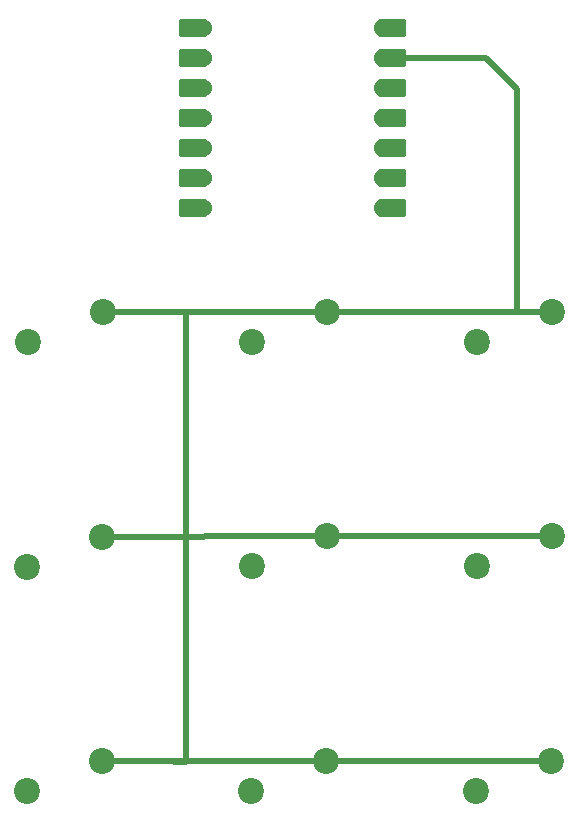
<source format=gbr>
%TF.GenerationSoftware,KiCad,Pcbnew,9.0.5*%
%TF.CreationDate,2025-12-26T20:20:43+00:00*%
%TF.ProjectId,macro pad,6d616372-6f20-4706-9164-2e6b69636164,rev?*%
%TF.SameCoordinates,Original*%
%TF.FileFunction,Copper,L1,Top*%
%TF.FilePolarity,Positive*%
%FSLAX46Y46*%
G04 Gerber Fmt 4.6, Leading zero omitted, Abs format (unit mm)*
G04 Created by KiCad (PCBNEW 9.0.5) date 2025-12-26 20:20:43*
%MOMM*%
%LPD*%
G01*
G04 APERTURE LIST*
G04 Aperture macros list*
%AMRoundRect*
0 Rectangle with rounded corners*
0 $1 Rounding radius*
0 $2 $3 $4 $5 $6 $7 $8 $9 X,Y pos of 4 corners*
0 Add a 4 corners polygon primitive as box body*
4,1,4,$2,$3,$4,$5,$6,$7,$8,$9,$2,$3,0*
0 Add four circle primitives for the rounded corners*
1,1,$1+$1,$2,$3*
1,1,$1+$1,$4,$5*
1,1,$1+$1,$6,$7*
1,1,$1+$1,$8,$9*
0 Add four rect primitives between the rounded corners*
20,1,$1+$1,$2,$3,$4,$5,0*
20,1,$1+$1,$4,$5,$6,$7,0*
20,1,$1+$1,$6,$7,$8,$9,0*
20,1,$1+$1,$8,$9,$2,$3,0*%
G04 Aperture macros list end*
%TA.AperFunction,ComponentPad*%
%ADD10C,2.200000*%
%TD*%
%TA.AperFunction,SMDPad,CuDef*%
%ADD11RoundRect,0.152400X1.063600X0.609600X-1.063600X0.609600X-1.063600X-0.609600X1.063600X-0.609600X0*%
%TD*%
%TA.AperFunction,ComponentPad*%
%ADD12C,1.524000*%
%TD*%
%TA.AperFunction,SMDPad,CuDef*%
%ADD13RoundRect,0.152400X-1.063600X-0.609600X1.063600X-0.609600X1.063600X0.609600X-1.063600X0.609600X0*%
%TD*%
%TA.AperFunction,Conductor*%
%ADD14C,0.500000*%
%TD*%
G04 APERTURE END LIST*
D10*
%TO.P,SW3,2,2*%
%TO.N,Net-(U1-GPIO3{slash}MOSI)*%
X26000000Y-84500000D03*
%TO.P,SW3,1,1*%
%TO.N,GND*%
X32350000Y-81960000D03*
%TD*%
%TO.P,SW6,2,2*%
%TO.N,Net-(U1-GPIO1{slash}RX)*%
X45000000Y-84500000D03*
%TO.P,SW6,1,1*%
%TO.N,GND*%
X51350000Y-81960000D03*
%TD*%
%TO.P,SW9,2,2*%
%TO.N,Net-(U1-GPIO28{slash}ADC2{slash}A2)*%
X64000000Y-84500000D03*
%TO.P,SW9,1,1*%
%TO.N,GND*%
X70350000Y-81960000D03*
%TD*%
D11*
%TO.P,U1,1,GPIO26/ADC0/A0*%
%TO.N,unconnected-(U1-GPIO26{slash}ADC0{slash}A0-Pad1)*%
X40045000Y-19880000D03*
D12*
X40880000Y-19880000D03*
D11*
%TO.P,U1,2,GPIO27/ADC1/A1*%
%TO.N,unconnected-(U1-GPIO27{slash}ADC1{slash}A1-Pad2)*%
X40045000Y-22420000D03*
D12*
X40880000Y-22420000D03*
D11*
%TO.P,U1,3,GPIO28/ADC2/A2*%
%TO.N,Net-(U1-GPIO28{slash}ADC2{slash}A2)*%
X40045000Y-24960000D03*
D12*
X40880000Y-24960000D03*
D11*
%TO.P,U1,4,GPIO29/ADC3/A3*%
%TO.N,Net-(U1-GPIO29{slash}ADC3{slash}A3)*%
X40045000Y-27500000D03*
D12*
X40880000Y-27500000D03*
D11*
%TO.P,U1,5,GPIO6/SDA*%
%TO.N,Net-(U1-GPIO6{slash}SDA)*%
X40045000Y-30040000D03*
D12*
X40880000Y-30040000D03*
D11*
%TO.P,U1,6,GPIO7/SCL*%
%TO.N,Net-(U1-GPIO7{slash}SCL)*%
X40045000Y-32580000D03*
D12*
X40880000Y-32580000D03*
D11*
%TO.P,U1,7,GPIO0/TX*%
%TO.N,Net-(U1-GPIO0{slash}TX)*%
X40045000Y-35120000D03*
D12*
X40880000Y-35120000D03*
%TO.P,U1,8,GPIO1/RX*%
%TO.N,Net-(U1-GPIO1{slash}RX)*%
X56120000Y-35120000D03*
D13*
X56955000Y-35120000D03*
D12*
%TO.P,U1,9,GPIO2/SCK*%
%TO.N,Net-(U1-GPIO2{slash}SCK)*%
X56120000Y-32580000D03*
D13*
X56955000Y-32580000D03*
D12*
%TO.P,U1,10,GPIO4/MISO*%
%TO.N,Net-(U1-GPIO4{slash}MISO)*%
X56120000Y-30040000D03*
D13*
X56955000Y-30040000D03*
D12*
%TO.P,U1,11,GPIO3/MOSI*%
%TO.N,Net-(U1-GPIO3{slash}MOSI)*%
X56120000Y-27500000D03*
D13*
X56955000Y-27500000D03*
D12*
%TO.P,U1,12,3V3*%
%TO.N,unconnected-(U1-3V3-Pad12)*%
X56120000Y-24960000D03*
D13*
X56955000Y-24960000D03*
D12*
%TO.P,U1,13,GND*%
%TO.N,GND*%
X56120000Y-22420000D03*
D13*
X56955000Y-22420000D03*
D12*
%TO.P,U1,14,VBUS*%
%TO.N,+5V*%
X56120000Y-19880000D03*
D13*
X56955000Y-19880000D03*
%TD*%
D10*
%TO.P,SW8,1,1*%
%TO.N,GND*%
X70460000Y-62920000D03*
%TO.P,SW8,2,2*%
%TO.N,Net-(U1-GPIO7{slash}SCL)*%
X64110000Y-65460000D03*
%TD*%
%TO.P,SW7,1,1*%
%TO.N,GND*%
X70460000Y-43920000D03*
%TO.P,SW7,2,2*%
%TO.N,Net-(U1-GPIO4{slash}MISO)*%
X64110000Y-46460000D03*
%TD*%
%TO.P,SW5,1,1*%
%TO.N,GND*%
X51460000Y-62920000D03*
%TO.P,SW5,2,2*%
%TO.N,Net-(U1-GPIO2{slash}SCK)*%
X45110000Y-65460000D03*
%TD*%
%TO.P,SW4,1,1*%
%TO.N,GND*%
X51460000Y-43920000D03*
%TO.P,SW4,2,2*%
%TO.N,Net-(U1-GPIO0{slash}TX)*%
X45110000Y-46460000D03*
%TD*%
%TO.P,SW2,1,1*%
%TO.N,GND*%
X32350000Y-62960000D03*
%TO.P,SW2,2,2*%
%TO.N,Net-(U1-GPIO29{slash}ADC3{slash}A3)*%
X26000000Y-65500000D03*
%TD*%
%TO.P,SW1,1,1*%
%TO.N,GND*%
X32460000Y-43920000D03*
%TO.P,SW1,2,2*%
%TO.N,Net-(U1-GPIO6{slash}SDA)*%
X26110000Y-46460000D03*
%TD*%
D14*
%TO.N,GND*%
X64920000Y-22420000D02*
X67500000Y-25000000D01*
X67500000Y-25000000D02*
X67500000Y-43920000D01*
X51460000Y-43920000D02*
X67500000Y-43920000D01*
X56955000Y-22420000D02*
X64920000Y-22420000D01*
X51350000Y-81960000D02*
X70350000Y-81960000D01*
X38460000Y-81960000D02*
X51350000Y-81960000D01*
X38460000Y-81960000D02*
X32350000Y-81960000D01*
X39500000Y-82000000D02*
X38500000Y-82000000D01*
X39500000Y-63000000D02*
X39500000Y-82000000D01*
X38500000Y-82000000D02*
X38460000Y-81960000D01*
X51460000Y-62920000D02*
X70460000Y-62920000D01*
X41080000Y-62920000D02*
X51460000Y-62920000D01*
X41000000Y-63000000D02*
X41080000Y-62920000D01*
X39500000Y-63000000D02*
X41000000Y-63000000D01*
X39460000Y-62960000D02*
X32350000Y-62960000D01*
X39500000Y-63000000D02*
X39460000Y-62960000D01*
X39500000Y-43920000D02*
X39500000Y-63000000D01*
X39500000Y-43920000D02*
X32460000Y-43920000D01*
X67500000Y-43920000D02*
X70460000Y-43920000D01*
X51460000Y-43920000D02*
X39500000Y-43920000D01*
%TD*%
M02*

</source>
